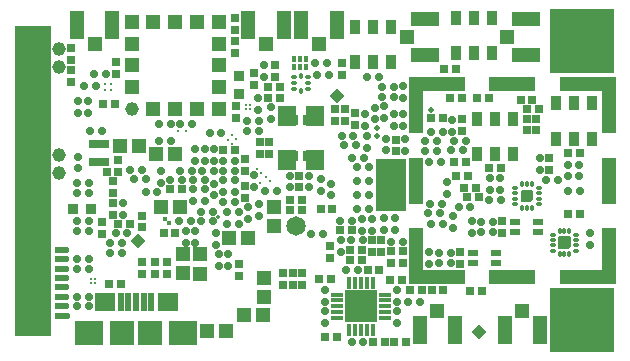
<source format=gts>
G04*
G04 #@! TF.GenerationSoftware,Altium Limited,Altium Designer,19.0.15 (446)*
G04*
G04 Layer_Color=8388736*
%FSLAX24Y24*%
%MOIN*%
G70*
G01*
G75*
%ADD59R,0.1024X0.1772*%
%ADD60R,0.0266X0.0236*%
%ADD61R,0.0440X0.0420*%
%ADD62R,0.0420X0.0440*%
%ADD63R,0.1230X1.0335*%
%ADD64R,0.0256X0.0256*%
G04:AMPARAMS|DCode=65|XSize=25.6mil|YSize=25.6mil|CornerRadius=9.8mil|HoleSize=0mil|Usage=FLASHONLY|Rotation=180.000|XOffset=0mil|YOffset=0mil|HoleType=Round|Shape=RoundedRectangle|*
%AMROUNDEDRECTD65*
21,1,0.0256,0.0059,0,0,180.0*
21,1,0.0059,0.0256,0,0,180.0*
1,1,0.0197,-0.0030,0.0030*
1,1,0.0197,0.0030,0.0030*
1,1,0.0197,0.0030,-0.0030*
1,1,0.0197,-0.0030,-0.0030*
%
%ADD65ROUNDEDRECTD65*%
%ADD66R,0.0358X0.0508*%
%ADD67C,0.0118*%
%ADD68R,0.0374X0.0374*%
%ADD69R,0.0374X0.0374*%
%ADD70R,0.0256X0.0256*%
%ADD71R,0.0689X0.0256*%
%ADD72R,0.0492X0.0925*%
%ADD73R,0.0453X0.0472*%
%ADD74R,0.0216X0.0609*%
G04:AMPARAMS|DCode=75|XSize=25.6mil|YSize=25.6mil|CornerRadius=9.8mil|HoleSize=0mil|Usage=FLASHONLY|Rotation=90.000|XOffset=0mil|YOffset=0mil|HoleType=Round|Shape=RoundedRectangle|*
%AMROUNDEDRECTD75*
21,1,0.0256,0.0059,0,0,90.0*
21,1,0.0059,0.0256,0,0,90.0*
1,1,0.0197,0.0030,0.0030*
1,1,0.0197,0.0030,-0.0030*
1,1,0.0197,-0.0030,-0.0030*
1,1,0.0197,-0.0030,0.0030*
%
%ADD75ROUNDEDRECTD75*%
%ADD76R,0.1063X0.1063*%
%ADD77O,0.0165X0.0409*%
%ADD78O,0.0409X0.0165*%
%ADD79P,0.0501X4X90.0*%
%ADD80C,0.0236*%
%ADD81R,0.0138X0.0236*%
%ADD82C,0.0650*%
%ADD83C,0.0453*%
%ADD84R,0.0925X0.0492*%
%ADD85R,0.0472X0.0453*%
%ADD86R,0.0453X0.0453*%
%ADD87R,0.0453X0.0453*%
%ADD88R,0.0459X0.0459*%
%ADD89R,0.0459X0.0459*%
%ADD90R,0.0354X0.0217*%
%ADD91O,0.0236X0.0118*%
%ADD92O,0.0118X0.0236*%
G04:AMPARAMS|DCode=93|XSize=20.5mil|YSize=13.8mil|CornerRadius=4.4mil|HoleSize=0mil|Usage=FLASHONLY|Rotation=180.000|XOffset=0mil|YOffset=0mil|HoleType=Round|Shape=RoundedRectangle|*
%AMROUNDEDRECTD93*
21,1,0.0205,0.0049,0,0,180.0*
21,1,0.0116,0.0138,0,0,180.0*
1,1,0.0089,-0.0058,0.0025*
1,1,0.0089,0.0058,0.0025*
1,1,0.0089,0.0058,-0.0025*
1,1,0.0089,-0.0058,-0.0025*
%
%ADD93ROUNDEDRECTD93*%
G04:AMPARAMS|DCode=94|XSize=20.5mil|YSize=13.8mil|CornerRadius=4.4mil|HoleSize=0mil|Usage=FLASHONLY|Rotation=270.000|XOffset=0mil|YOffset=0mil|HoleType=Round|Shape=RoundedRectangle|*
%AMROUNDEDRECTD94*
21,1,0.0205,0.0049,0,0,270.0*
21,1,0.0116,0.0138,0,0,270.0*
1,1,0.0089,-0.0025,-0.0058*
1,1,0.0089,-0.0025,0.0058*
1,1,0.0089,0.0025,0.0058*
1,1,0.0089,0.0025,-0.0058*
%
%ADD94ROUNDEDRECTD94*%
%ADD95R,0.0610X0.0650*%
%ADD96R,0.0413X0.0374*%
%ADD97R,0.0138X0.0246*%
%ADD98R,0.1555X0.0453*%
%ADD99R,0.1850X0.0453*%
%ADD100R,0.0453X0.1850*%
%ADD101R,0.0453X0.1555*%
%ADD102R,0.0807X0.0807*%
%ADD103R,0.0965X0.0807*%
%ADD104R,0.0689X0.0610*%
%ADD105O,0.0177X0.0197*%
%ADD106C,0.0177*%
%ADD107R,0.1043X0.0295*%
%ADD108R,0.2165X0.2165*%
%ADD109C,0.0119*%
%ADD110C,0.0198*%
%ADD111C,0.0060*%
%ADD112C,0.0139*%
G36*
X52431Y39400D02*
Y39685D01*
X52392Y39725D01*
X52044D01*
X52018Y39685D01*
Y39341D01*
X52047Y39311D01*
X52343D01*
X52431Y39400D01*
D02*
G37*
G36*
X51181Y40955D02*
Y41240D01*
X51142Y41280D01*
X50794D01*
X50768Y41240D01*
Y40896D01*
X50797Y40866D01*
X51093D01*
X51181Y40955D01*
D02*
G37*
G54D59*
X46447Y41437D02*
D03*
G54D60*
X35487Y39282D02*
D03*
Y38967D02*
D03*
Y38652D02*
D03*
Y38337D02*
D03*
Y38022D02*
D03*
Y37707D02*
D03*
Y37392D02*
D03*
X35497Y37077D02*
D03*
G54D61*
X37411Y42736D02*
D03*
X38051D02*
D03*
X41028Y39675D02*
D03*
X41668D02*
D03*
X39242Y42480D02*
D03*
X38602D02*
D03*
X39409Y40689D02*
D03*
X38769D02*
D03*
X42185Y37106D02*
D03*
X41545D02*
D03*
X40305Y36575D02*
D03*
X40945D02*
D03*
G54D62*
X42549Y40063D02*
D03*
Y40703D02*
D03*
X42224Y37697D02*
D03*
Y38337D02*
D03*
X40059Y38485D02*
D03*
Y39125D02*
D03*
X39518Y38489D02*
D03*
Y39129D02*
D03*
G54D63*
X34523Y41575D02*
D03*
G54D64*
X52352Y40463D02*
D03*
X52746D02*
D03*
X49075Y37904D02*
D03*
X49468D02*
D03*
X48189Y37923D02*
D03*
X47795D02*
D03*
X47480D02*
D03*
X47087D02*
D03*
X36959Y41870D02*
D03*
X37352D02*
D03*
X52333Y42510D02*
D03*
X52726D02*
D03*
X50108Y42008D02*
D03*
X49715D02*
D03*
X46417Y38258D02*
D03*
X46811D02*
D03*
X45659Y38593D02*
D03*
X46053D02*
D03*
X46939Y36191D02*
D03*
X46545D02*
D03*
X45837D02*
D03*
X46230D02*
D03*
X48622Y41732D02*
D03*
X49016D02*
D03*
X47766Y43671D02*
D03*
X48159D02*
D03*
X49360Y41034D02*
D03*
X48967D02*
D03*
X49272Y41349D02*
D03*
X48878D02*
D03*
X44754Y39921D02*
D03*
X45148D02*
D03*
X39252Y39843D02*
D03*
X38858D02*
D03*
X48809Y44331D02*
D03*
X48415D02*
D03*
X45089Y39282D02*
D03*
X45482D02*
D03*
X48553Y42195D02*
D03*
X48947D02*
D03*
X44488Y40650D02*
D03*
X44094D02*
D03*
X39085Y41289D02*
D03*
X39478D02*
D03*
X43071Y40925D02*
D03*
X43465D02*
D03*
X40856Y42589D02*
D03*
X41250D02*
D03*
X43071Y40591D02*
D03*
X43465D02*
D03*
X45089Y38927D02*
D03*
X45482D02*
D03*
X44045Y38307D02*
D03*
X44439D02*
D03*
X44252Y36368D02*
D03*
X44646D02*
D03*
X51368Y43967D02*
D03*
X50974D02*
D03*
X51152Y44282D02*
D03*
X50758D02*
D03*
X42333Y44695D02*
D03*
X42726D02*
D03*
Y44341D02*
D03*
X42333D02*
D03*
X37244Y44124D02*
D03*
X36850D02*
D03*
X37746Y40138D02*
D03*
X37352D02*
D03*
X49301Y44331D02*
D03*
X49695D02*
D03*
X48612Y45305D02*
D03*
X48218D02*
D03*
X37431Y38140D02*
D03*
X37037D02*
D03*
G54D65*
X49705Y40925D02*
D03*
X50098D02*
D03*
X37087Y39183D02*
D03*
X37480D02*
D03*
X51998Y41604D02*
D03*
X51604D02*
D03*
X46526Y44380D02*
D03*
Y44695D02*
D03*
X45640Y45049D02*
D03*
X46033D02*
D03*
X44380Y45108D02*
D03*
X43986D02*
D03*
X45187Y43081D02*
D03*
X44793D02*
D03*
X45305Y40620D02*
D03*
X45699D02*
D03*
X45305Y41093D02*
D03*
X45699D02*
D03*
X45305Y42038D02*
D03*
X45699D02*
D03*
X45148Y42352D02*
D03*
X45541D02*
D03*
X35974Y39912D02*
D03*
X36368D02*
D03*
X35974Y40226D02*
D03*
X36368D02*
D03*
X35974Y37392D02*
D03*
X36368D02*
D03*
X35974Y37707D02*
D03*
X36368D02*
D03*
Y38652D02*
D03*
X35974D02*
D03*
X36368Y38967D02*
D03*
X35974D02*
D03*
X39478Y41604D02*
D03*
X39085D02*
D03*
X37736Y41949D02*
D03*
X38130D02*
D03*
X38258Y41634D02*
D03*
X37864D02*
D03*
X38652Y41191D02*
D03*
X38258D02*
D03*
X40226Y41604D02*
D03*
X39833D02*
D03*
X40856Y42234D02*
D03*
X41250D02*
D03*
X40541Y41919D02*
D03*
X40148D02*
D03*
X40856Y41604D02*
D03*
X41250D02*
D03*
X39764Y40236D02*
D03*
X39370D02*
D03*
X40856Y40866D02*
D03*
X41250D02*
D03*
X41644Y43563D02*
D03*
X42037D02*
D03*
X41644Y43248D02*
D03*
X42037D02*
D03*
X40856Y41211D02*
D03*
X41250D02*
D03*
X39114Y42894D02*
D03*
X38720D02*
D03*
X40502Y40551D02*
D03*
X40108D02*
D03*
X40974Y40138D02*
D03*
X41368D02*
D03*
X39793Y41919D02*
D03*
X39400D02*
D03*
X42234Y41250D02*
D03*
X42628D02*
D03*
X40974Y40541D02*
D03*
X41368D02*
D03*
X40502Y40236D02*
D03*
X40108D02*
D03*
X41250Y41919D02*
D03*
X40856D02*
D03*
X52726Y41250D02*
D03*
X52333D02*
D03*
X44163Y39793D02*
D03*
X43770D02*
D03*
X39409Y43455D02*
D03*
X39803D02*
D03*
X38701D02*
D03*
X39094D02*
D03*
X36398Y43228D02*
D03*
X36791D02*
D03*
X45276Y42766D02*
D03*
X44882D02*
D03*
X45148Y40246D02*
D03*
X44754D02*
D03*
X45699Y41565D02*
D03*
X45305D02*
D03*
X47707Y42195D02*
D03*
X48100D02*
D03*
X47589Y42894D02*
D03*
X47982D02*
D03*
X48927Y42904D02*
D03*
X48533D02*
D03*
X47589Y42559D02*
D03*
X47982D02*
D03*
X48829Y42589D02*
D03*
X48435D02*
D03*
X47736Y40807D02*
D03*
X48130D02*
D03*
X47785Y40148D02*
D03*
X48179D02*
D03*
X48159Y43219D02*
D03*
X47766D02*
D03*
X46447Y39538D02*
D03*
X46841D02*
D03*
X45492Y39597D02*
D03*
X45098D02*
D03*
X48061Y40492D02*
D03*
X47667D02*
D03*
X48691Y40719D02*
D03*
X49085D02*
D03*
X46132Y44695D02*
D03*
Y44380D02*
D03*
X36929Y45138D02*
D03*
X36535D02*
D03*
X48032Y39163D02*
D03*
X48425D02*
D03*
X48032Y38849D02*
D03*
X48425D02*
D03*
X49449Y40187D02*
D03*
X49843D02*
D03*
X49449Y39872D02*
D03*
X49843D02*
D03*
X35974Y41496D02*
D03*
Y41171D02*
D03*
X36368Y41496D02*
D03*
Y41171D02*
D03*
X45128Y36191D02*
D03*
X45522D02*
D03*
X44951Y38593D02*
D03*
X45344D02*
D03*
X44301Y45502D02*
D03*
X43907D02*
D03*
X37480Y39498D02*
D03*
X37087D02*
D03*
X37264Y39823D02*
D03*
X37657D02*
D03*
X36211Y44734D02*
D03*
X36604D02*
D03*
X47402Y37530D02*
D03*
X47008D02*
D03*
X40787Y43169D02*
D03*
X40394D02*
D03*
G54D66*
X53128Y42982D02*
D03*
X52530D02*
D03*
X51931D02*
D03*
Y44163D02*
D03*
X53128D02*
D03*
X52530D02*
D03*
X50500Y42461D02*
D03*
X49902D02*
D03*
X49303D02*
D03*
Y43642D02*
D03*
X50500D02*
D03*
X49902D02*
D03*
X49821Y45837D02*
D03*
X45238Y45532D02*
D03*
X49222Y47018D02*
D03*
X49821D02*
D03*
X48624D02*
D03*
Y45837D02*
D03*
X49222D02*
D03*
X45837Y46713D02*
D03*
X46435D02*
D03*
X45238D02*
D03*
X45837Y45532D02*
D03*
X46435D02*
D03*
G54D67*
X41594Y44114D02*
D03*
X41732D02*
D03*
X41594Y43976D02*
D03*
X41732D02*
D03*
X36437Y38307D02*
D03*
X36575D02*
D03*
X36437Y38169D02*
D03*
X36575D02*
D03*
X37116Y44606D02*
D03*
X36919D02*
D03*
X37116Y44803D02*
D03*
X36919D02*
D03*
G54D68*
X41378Y45059D02*
D03*
Y44469D02*
D03*
G54D69*
X36437Y40630D02*
D03*
X35846D02*
D03*
G54D70*
X35787Y46004D02*
D03*
Y45610D02*
D03*
X41230Y46998D02*
D03*
Y46604D02*
D03*
Y46230D02*
D03*
Y45837D02*
D03*
X37283Y45532D02*
D03*
Y45138D02*
D03*
X50157Y40236D02*
D03*
Y39843D02*
D03*
X48750Y38809D02*
D03*
Y39203D02*
D03*
X51722Y41949D02*
D03*
Y42343D02*
D03*
X44419Y39410D02*
D03*
Y39016D02*
D03*
X45807Y39203D02*
D03*
Y39597D02*
D03*
X48809Y43248D02*
D03*
Y43642D02*
D03*
X41358Y38789D02*
D03*
Y38396D02*
D03*
X38150Y40413D02*
D03*
Y40020D02*
D03*
X46447Y38829D02*
D03*
Y39223D02*
D03*
X46841Y39223D02*
D03*
Y38829D02*
D03*
X46116Y39597D02*
D03*
Y39203D02*
D03*
X45226Y43445D02*
D03*
Y43839D02*
D03*
X42382Y42864D02*
D03*
Y42471D02*
D03*
X42579Y45049D02*
D03*
Y45443D02*
D03*
X41860Y45167D02*
D03*
Y44774D02*
D03*
X44902Y43563D02*
D03*
Y43957D02*
D03*
X41565Y41014D02*
D03*
Y41408D02*
D03*
Y41919D02*
D03*
Y42313D02*
D03*
X46604Y42953D02*
D03*
Y42559D02*
D03*
X36791Y39813D02*
D03*
Y40207D02*
D03*
X35787Y44882D02*
D03*
Y45276D02*
D03*
X41260Y44075D02*
D03*
Y43681D02*
D03*
X50974Y43258D02*
D03*
Y43652D02*
D03*
X51289Y43258D02*
D03*
Y43652D02*
D03*
X43386Y41752D02*
D03*
Y41358D02*
D03*
X37175Y40847D02*
D03*
Y40453D02*
D03*
X44803Y45512D02*
D03*
Y45118D02*
D03*
X37352Y41870D02*
D03*
Y42264D02*
D03*
X37175Y41555D02*
D03*
Y41162D02*
D03*
X38150Y38878D02*
D03*
Y38484D02*
D03*
X38986Y38878D02*
D03*
Y38484D02*
D03*
X38573Y38878D02*
D03*
Y38484D02*
D03*
X44567Y43957D02*
D03*
Y43563D02*
D03*
X43474Y38110D02*
D03*
Y38504D02*
D03*
X42844Y38110D02*
D03*
Y38504D02*
D03*
X43159Y38110D02*
D03*
Y38504D02*
D03*
X42067Y42471D02*
D03*
Y42864D02*
D03*
G54D71*
X36703Y42205D02*
D03*
Y42795D02*
D03*
G54D72*
X50226Y36604D02*
D03*
X51407D02*
D03*
X43455Y46762D02*
D03*
X44636D02*
D03*
X42864D02*
D03*
X41683D02*
D03*
X35974D02*
D03*
X37156D02*
D03*
X48573Y36604D02*
D03*
X47392D02*
D03*
G54D73*
X50817Y37234D02*
D03*
X44045Y46132D02*
D03*
X42274D02*
D03*
X36565D02*
D03*
X47982Y37234D02*
D03*
G54D74*
X37687Y37549D02*
D03*
X37943D02*
D03*
X38455D02*
D03*
X38199D02*
D03*
X37431D02*
D03*
G54D75*
X46654Y37943D02*
D03*
Y37549D02*
D03*
Y36841D02*
D03*
Y37234D02*
D03*
X52352Y41723D02*
D03*
X52697D02*
D03*
X52352Y42116D02*
D03*
X52697D02*
D03*
X40600Y39439D02*
D03*
Y39833D02*
D03*
X45581Y43415D02*
D03*
Y43809D02*
D03*
X42451Y44026D02*
D03*
Y43632D02*
D03*
X43701Y41752D02*
D03*
Y41358D02*
D03*
X43071Y41752D02*
D03*
Y41358D02*
D03*
X39833Y41289D02*
D03*
Y40896D02*
D03*
X38770Y41900D02*
D03*
Y41506D02*
D03*
X40226Y41289D02*
D03*
Y40896D02*
D03*
X40541Y41486D02*
D03*
Y41093D02*
D03*
Y42234D02*
D03*
Y42628D02*
D03*
X39921Y39912D02*
D03*
Y39518D02*
D03*
X41880Y41762D02*
D03*
Y41368D02*
D03*
X39911Y42234D02*
D03*
Y42628D02*
D03*
X40699Y39124D02*
D03*
Y38730D02*
D03*
X40226Y42628D02*
D03*
Y42234D02*
D03*
X42028Y40807D02*
D03*
Y40413D02*
D03*
X41683Y40699D02*
D03*
Y40305D02*
D03*
X41014Y39124D02*
D03*
Y38730D02*
D03*
X36014Y44242D02*
D03*
Y43849D02*
D03*
X36329Y44242D02*
D03*
Y43849D02*
D03*
X36014Y41988D02*
D03*
Y42382D02*
D03*
X44439Y41093D02*
D03*
Y41486D02*
D03*
X44124Y41644D02*
D03*
Y41250D02*
D03*
X45640Y42667D02*
D03*
Y43061D02*
D03*
X46211Y40345D02*
D03*
Y39951D02*
D03*
X48474Y43612D02*
D03*
Y43219D02*
D03*
X48494Y40010D02*
D03*
Y40404D02*
D03*
X48307Y41132D02*
D03*
Y41526D02*
D03*
X46919Y42973D02*
D03*
Y42579D02*
D03*
X46841Y43406D02*
D03*
Y43799D02*
D03*
X46211Y43671D02*
D03*
Y44065D02*
D03*
X46526Y43406D02*
D03*
Y43799D02*
D03*
X46289Y42982D02*
D03*
Y42589D02*
D03*
X45896Y43622D02*
D03*
Y44016D02*
D03*
X46565Y39951D02*
D03*
Y40345D02*
D03*
X45463Y39912D02*
D03*
Y40305D02*
D03*
X44774Y39203D02*
D03*
Y39597D02*
D03*
X45817Y39912D02*
D03*
Y40305D02*
D03*
X46841Y44341D02*
D03*
Y44734D02*
D03*
X49744Y41280D02*
D03*
Y41673D02*
D03*
X50059Y41280D02*
D03*
Y41673D02*
D03*
X53081Y39429D02*
D03*
Y39823D02*
D03*
X42215Y45049D02*
D03*
Y45443D02*
D03*
X47707Y39203D02*
D03*
Y38809D02*
D03*
X49134Y39843D02*
D03*
Y40236D02*
D03*
X42018Y43947D02*
D03*
Y44341D02*
D03*
X39606Y39912D02*
D03*
Y39518D02*
D03*
X37510Y40453D02*
D03*
Y40847D02*
D03*
X44252Y37549D02*
D03*
Y37943D02*
D03*
Y37234D02*
D03*
Y36841D02*
D03*
X51407Y42343D02*
D03*
Y41949D02*
D03*
G54D76*
X45443Y37392D02*
D03*
G54D77*
X45049Y38179D02*
D03*
X45246D02*
D03*
X45443D02*
D03*
X45640D02*
D03*
X45837D02*
D03*
Y36604D02*
D03*
X45640D02*
D03*
X45443D02*
D03*
X45246D02*
D03*
X45049D02*
D03*
G54D78*
X46230Y37786D02*
D03*
Y37589D02*
D03*
Y37392D02*
D03*
Y37195D02*
D03*
Y36998D02*
D03*
X44656D02*
D03*
Y37195D02*
D03*
Y37392D02*
D03*
Y37589D02*
D03*
Y37786D02*
D03*
G54D79*
X49360Y36526D02*
D03*
X38022Y39567D02*
D03*
X44636Y44400D02*
D03*
G54D80*
X35620Y39282D02*
D03*
X35344D02*
D03*
Y38967D02*
D03*
X35620D02*
D03*
Y38652D02*
D03*
X35344D02*
D03*
Y38337D02*
D03*
X35620D02*
D03*
Y38022D02*
D03*
X35344D02*
D03*
Y37707D02*
D03*
X35620D02*
D03*
Y37392D02*
D03*
X35344D02*
D03*
X35354Y37077D02*
D03*
X35630D02*
D03*
G54D81*
X35394Y39282D02*
D03*
X35571D02*
D03*
Y38967D02*
D03*
X35394D02*
D03*
Y38652D02*
D03*
X35571D02*
D03*
Y38337D02*
D03*
X35394D02*
D03*
Y38022D02*
D03*
X35571D02*
D03*
Y37707D02*
D03*
X35394D02*
D03*
Y37392D02*
D03*
X35571D02*
D03*
X35581Y37077D02*
D03*
X35404D02*
D03*
G54D82*
X43258Y40069D02*
D03*
G54D83*
X35384Y42431D02*
D03*
Y41841D02*
D03*
Y45384D02*
D03*
Y45975D02*
D03*
X37795Y43967D02*
D03*
G54D84*
X47589Y45778D02*
D03*
Y46959D02*
D03*
X50935D02*
D03*
Y45778D02*
D03*
G54D85*
X46959Y46368D02*
D03*
X50305D02*
D03*
G54D86*
X38524Y46880D02*
D03*
X37795D02*
D03*
Y46152D02*
D03*
Y45423D02*
D03*
Y44695D02*
D03*
X39980Y43967D02*
D03*
X39252D02*
D03*
X38524D02*
D03*
X40709D02*
D03*
G54D87*
X39252Y46880D02*
D03*
X39980D02*
D03*
X40709D02*
D03*
Y46152D02*
D03*
Y45423D02*
D03*
Y44695D02*
D03*
G54D88*
X37411Y42736D02*
D03*
X38051D02*
D03*
X41028Y39675D02*
D03*
X41669D02*
D03*
X39242Y42480D02*
D03*
X38602D02*
D03*
X39409Y40689D02*
D03*
X38769D02*
D03*
X42185Y37106D02*
D03*
X41545D02*
D03*
X40305Y36575D02*
D03*
X40945D02*
D03*
G54D89*
X42549Y40064D02*
D03*
Y40704D02*
D03*
X42224Y37697D02*
D03*
Y38337D02*
D03*
X40059Y38484D02*
D03*
Y39125D02*
D03*
X39518Y38489D02*
D03*
Y39129D02*
D03*
G54D90*
X49183Y38849D02*
D03*
Y39163D02*
D03*
X49951D02*
D03*
Y38849D02*
D03*
X50581Y39882D02*
D03*
Y40197D02*
D03*
X51348D02*
D03*
Y39882D02*
D03*
G54D91*
X51831Y39784D02*
D03*
X52618D02*
D03*
Y39252D02*
D03*
Y39429D02*
D03*
Y39606D02*
D03*
X51831D02*
D03*
Y39429D02*
D03*
Y39252D02*
D03*
X50581Y41339D02*
D03*
X51368D02*
D03*
Y40807D02*
D03*
Y40984D02*
D03*
Y41162D02*
D03*
X50581D02*
D03*
Y40984D02*
D03*
Y40807D02*
D03*
G54D92*
X52382Y39912D02*
D03*
X52224D02*
D03*
X52067D02*
D03*
Y39124D02*
D03*
X52224D02*
D03*
X52382D02*
D03*
X51132Y41467D02*
D03*
X50974D02*
D03*
X50817D02*
D03*
Y40679D02*
D03*
X50974D02*
D03*
X51132D02*
D03*
G54D93*
X43679Y44626D02*
D03*
Y44823D02*
D03*
Y45020D02*
D03*
X43191Y44626D02*
D03*
Y44823D02*
D03*
Y45020D02*
D03*
G54D94*
X43435Y44583D02*
D03*
Y45063D02*
D03*
G54D95*
X43892Y42272D02*
D03*
Y43752D02*
D03*
X42959Y42272D02*
D03*
Y43752D02*
D03*
G54D96*
X43701Y42412D02*
D03*
Y43612D02*
D03*
X43150Y42412D02*
D03*
Y43612D02*
D03*
G54D97*
X43612Y45354D02*
D03*
X43415D02*
D03*
X43218D02*
D03*
Y45640D02*
D03*
X43415D02*
D03*
X43612D02*
D03*
G54D98*
X50482Y44793D02*
D03*
Y38376D02*
D03*
G54D99*
X52992Y44793D02*
D03*
X47972D02*
D03*
Y38376D02*
D03*
X52992D02*
D03*
G54D100*
X53691Y44095D02*
D03*
X47274D02*
D03*
Y39075D02*
D03*
X53691D02*
D03*
G54D101*
Y41585D02*
D03*
X47274D02*
D03*
G54D102*
X38415Y36506D02*
D03*
X37470D02*
D03*
G54D103*
X39518D02*
D03*
X36368D02*
D03*
G54D104*
X36893Y37535D02*
D03*
X38993D02*
D03*
G54D105*
X45985Y43073D02*
D03*
Y43335D02*
D03*
G54D106*
X38917Y40305D02*
D03*
X39055Y40167D02*
D03*
G54D107*
X34596Y46230D02*
D03*
Y45915D02*
D03*
Y45600D02*
D03*
Y45285D02*
D03*
Y44970D02*
D03*
Y44656D02*
D03*
Y44341D02*
D03*
Y44026D02*
D03*
X34596Y42451D02*
D03*
Y42136D02*
D03*
Y41821D02*
D03*
Y41506D02*
D03*
Y41191D02*
D03*
Y40876D02*
D03*
Y40561D02*
D03*
Y40246D02*
D03*
Y39931D02*
D03*
Y39616D02*
D03*
Y39301D02*
D03*
Y38986D02*
D03*
Y38671D02*
D03*
Y38356D02*
D03*
Y38041D02*
D03*
Y37726D02*
D03*
Y37411D02*
D03*
Y37096D02*
D03*
G54D108*
X52805Y36939D02*
D03*
Y46230D02*
D03*
G54D109*
X42119Y41843D02*
D03*
X41144Y42818D02*
D03*
X41284Y42957D02*
D03*
X41004Y42953D02*
D03*
X39341Y43228D02*
D03*
X39613Y43235D02*
D03*
X45985Y43335D02*
D03*
Y43073D02*
D03*
X41144Y43096D02*
D03*
X41989Y41979D02*
D03*
X42397Y41565D02*
D03*
X42258Y41704D02*
D03*
X42067Y41496D02*
D03*
G54D110*
X47766Y43937D02*
D03*
G54D111*
X45089Y37746D02*
D03*
Y37392D02*
D03*
Y37038D02*
D03*
X45797D02*
D03*
Y37392D02*
D03*
Y37746D02*
D03*
X45443D02*
D03*
Y37038D02*
D03*
Y37392D02*
D03*
G54D112*
X38917Y40305D02*
D03*
X39055Y40167D02*
D03*
X40689Y40384D02*
D03*
M02*

</source>
